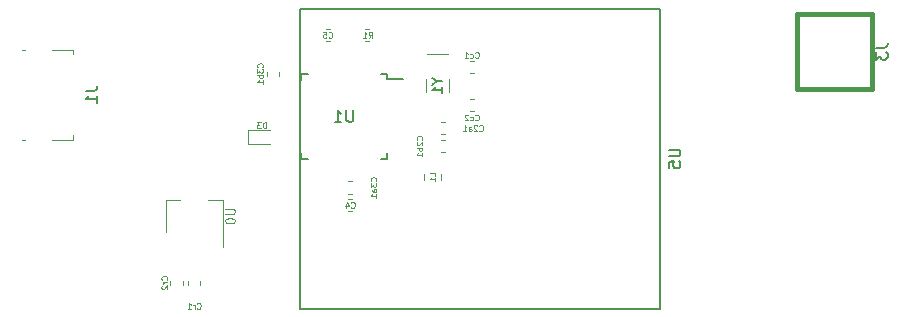
<source format=gbo>
G04 #@! TF.GenerationSoftware,KiCad,Pcbnew,6.0.0-rc1-unknown-ad9916a~66~ubuntu18.04.1*
G04 #@! TF.CreationDate,2018-11-28T14:50:18-03:00*
G04 #@! TF.ProjectId,Femtosat,46656d74-6f73-4617-942e-6b696361645f,rev?*
G04 #@! TF.SameCoordinates,Original*
G04 #@! TF.FileFunction,Legend,Bot*
G04 #@! TF.FilePolarity,Positive*
%FSLAX46Y46*%
G04 Gerber Fmt 4.6, Leading zero omitted, Abs format (unit mm)*
G04 Created by KiCad (PCBNEW 6.0.0-rc1-unknown-ad9916a~66~ubuntu18.04.1) date mié 28 nov 2018 14:50:18 -03*
%MOMM*%
%LPD*%
G01*
G04 APERTURE LIST*
%ADD10C,0.150000*%
%ADD11C,0.381000*%
%ADD12C,0.120000*%
%ADD13C,0.080000*%
%ADD14C,0.100000*%
G04 APERTURE END LIST*
D10*
G04 #@! TO.C,U5*
X155240000Y-81700000D02*
X124760000Y-81700000D01*
X124760000Y-81700000D02*
X124760000Y-56300000D01*
X124760000Y-56300000D02*
X155240000Y-56300000D01*
X155240000Y-81700000D02*
X155240000Y-56300000D01*
D11*
G04 #@! TO.C,J3*
X173149600Y-56800400D02*
X173149600Y-63099600D01*
X166850400Y-56800400D02*
X166850400Y-63099600D01*
X166850400Y-63099600D02*
X173149600Y-63099600D01*
X173149600Y-56800400D02*
X166850400Y-56800400D01*
D12*
G04 #@! TO.C,C4*
X129171267Y-72440000D02*
X128828733Y-72440000D01*
X129171267Y-73460000D02*
X128828733Y-73460000D01*
G04 #@! TO.C,C5*
X127271267Y-58040000D02*
X126928733Y-58040000D01*
X127271267Y-59060000D02*
X126928733Y-59060000D01*
G04 #@! TO.C,C2a1*
X136678733Y-65940000D02*
X137021267Y-65940000D01*
X136678733Y-66960000D02*
X137021267Y-66960000D01*
G04 #@! TO.C,C2b1*
X136678733Y-67440000D02*
X137021267Y-67440000D01*
X136678733Y-68460000D02*
X137021267Y-68460000D01*
G04 #@! TO.C,C3a1*
X129171267Y-71960000D02*
X128828733Y-71960000D01*
X129171267Y-70940000D02*
X128828733Y-70940000D01*
G04 #@! TO.C,C3b1*
X121940000Y-61628733D02*
X121940000Y-61971267D01*
X122960000Y-61628733D02*
X122960000Y-61971267D01*
G04 #@! TO.C,Cc1*
X139128733Y-61760000D02*
X139471267Y-61760000D01*
X139128733Y-60740000D02*
X139471267Y-60740000D01*
G04 #@! TO.C,Cc2*
X139128733Y-65010000D02*
X139471267Y-65010000D01*
X139128733Y-63990000D02*
X139471267Y-63990000D01*
G04 #@! TO.C,Cr1*
X116310000Y-79328733D02*
X116310000Y-79671267D01*
X115290000Y-79328733D02*
X115290000Y-79671267D01*
G04 #@! TO.C,Cr2*
X114810000Y-79328733D02*
X114810000Y-79671267D01*
X113790000Y-79328733D02*
X113790000Y-79671267D01*
G04 #@! TO.C,D3*
X120350000Y-67775000D02*
X120350000Y-66575000D01*
X122200000Y-67775000D02*
X120350000Y-67775000D01*
X122200000Y-66575000D02*
X120350000Y-66575000D01*
G04 #@! TO.C,J1*
X105560000Y-59790000D02*
X105560000Y-60170000D01*
X101510000Y-59790000D02*
X101250000Y-59790000D01*
X105560000Y-59790000D02*
X103790000Y-59790000D01*
X105560000Y-67410000D02*
X105560000Y-67030000D01*
X103790000Y-67410000D02*
X105560000Y-67410000D01*
X101250000Y-67410000D02*
X101510000Y-67410000D01*
G04 #@! TO.C,L1*
X135290000Y-70288748D02*
X135290000Y-70811252D01*
X136710000Y-70288748D02*
X136710000Y-70811252D01*
G04 #@! TO.C,U0*
X114600000Y-72520000D02*
X113400000Y-72520000D01*
X113400000Y-72520000D02*
X113400000Y-75220000D01*
X118200000Y-76520000D02*
X118200000Y-72520000D01*
X118200000Y-72520000D02*
X117000000Y-72520000D01*
D10*
G04 #@! TO.C,U1*
X132125000Y-61800000D02*
X132125000Y-62225000D01*
X124875000Y-61800000D02*
X124875000Y-62325000D01*
X124875000Y-69050000D02*
X124875000Y-68525000D01*
X132125000Y-69050000D02*
X132125000Y-68525000D01*
X132125000Y-61800000D02*
X131600000Y-61800000D01*
X132125000Y-69050000D02*
X131600000Y-69050000D01*
X124875000Y-69050000D02*
X125400000Y-69050000D01*
X124875000Y-61800000D02*
X125400000Y-61800000D01*
X132125000Y-62225000D02*
X133500000Y-62225000D01*
D12*
G04 #@! TO.C,Y1*
X135450000Y-62300000D02*
X135450000Y-63400000D01*
X137350000Y-62300000D02*
X137350000Y-63400000D01*
X135500000Y-60150000D02*
X137300000Y-60150000D01*
G04 #@! TO.C,R1*
X130278733Y-59060000D02*
X130621267Y-59060000D01*
X130278733Y-58040000D02*
X130621267Y-58040000D01*
G04 #@! TO.C,U5*
D10*
X155962380Y-68238095D02*
X156771904Y-68238095D01*
X156867142Y-68285714D01*
X156914761Y-68333333D01*
X156962380Y-68428571D01*
X156962380Y-68619047D01*
X156914761Y-68714285D01*
X156867142Y-68761904D01*
X156771904Y-68809523D01*
X155962380Y-68809523D01*
X155962380Y-69761904D02*
X155962380Y-69285714D01*
X156438571Y-69238095D01*
X156390952Y-69285714D01*
X156343333Y-69380952D01*
X156343333Y-69619047D01*
X156390952Y-69714285D01*
X156438571Y-69761904D01*
X156533809Y-69809523D01*
X156771904Y-69809523D01*
X156867142Y-69761904D01*
X156914761Y-69714285D01*
X156962380Y-69619047D01*
X156962380Y-69380952D01*
X156914761Y-69285714D01*
X156867142Y-69238095D01*
G04 #@! TO.C,J3*
X173502380Y-59616666D02*
X174216666Y-59616666D01*
X174359523Y-59569047D01*
X174454761Y-59473809D01*
X174502380Y-59330952D01*
X174502380Y-59235714D01*
X173502380Y-59997619D02*
X173502380Y-60616666D01*
X173883333Y-60283333D01*
X173883333Y-60426190D01*
X173930952Y-60521428D01*
X173978571Y-60569047D01*
X174073809Y-60616666D01*
X174311904Y-60616666D01*
X174407142Y-60569047D01*
X174454761Y-60521428D01*
X174502380Y-60426190D01*
X174502380Y-60140476D01*
X174454761Y-60045238D01*
X174407142Y-59997619D01*
G04 #@! TO.C,C4*
D13*
X129083333Y-73128571D02*
X129107142Y-73152380D01*
X129178571Y-73176190D01*
X129226190Y-73176190D01*
X129297619Y-73152380D01*
X129345238Y-73104761D01*
X129369047Y-73057142D01*
X129392857Y-72961904D01*
X129392857Y-72890476D01*
X129369047Y-72795238D01*
X129345238Y-72747619D01*
X129297619Y-72700000D01*
X129226190Y-72676190D01*
X129178571Y-72676190D01*
X129107142Y-72700000D01*
X129083333Y-72723809D01*
X128654761Y-72842857D02*
X128654761Y-73176190D01*
X128773809Y-72652380D02*
X128892857Y-73009523D01*
X128583333Y-73009523D01*
G04 #@! TO.C,C5*
X127183333Y-58728571D02*
X127207142Y-58752380D01*
X127278571Y-58776190D01*
X127326190Y-58776190D01*
X127397619Y-58752380D01*
X127445238Y-58704761D01*
X127469047Y-58657142D01*
X127492857Y-58561904D01*
X127492857Y-58490476D01*
X127469047Y-58395238D01*
X127445238Y-58347619D01*
X127397619Y-58300000D01*
X127326190Y-58276190D01*
X127278571Y-58276190D01*
X127207142Y-58300000D01*
X127183333Y-58323809D01*
X126730952Y-58276190D02*
X126969047Y-58276190D01*
X126992857Y-58514285D01*
X126969047Y-58490476D01*
X126921428Y-58466666D01*
X126802380Y-58466666D01*
X126754761Y-58490476D01*
X126730952Y-58514285D01*
X126707142Y-58561904D01*
X126707142Y-58680952D01*
X126730952Y-58728571D01*
X126754761Y-58752380D01*
X126802380Y-58776190D01*
X126921428Y-58776190D01*
X126969047Y-58752380D01*
X126992857Y-58728571D01*
G04 #@! TO.C,C2a1*
X139947619Y-66628571D02*
X139971428Y-66652380D01*
X140042857Y-66676190D01*
X140090476Y-66676190D01*
X140161904Y-66652380D01*
X140209523Y-66604761D01*
X140233333Y-66557142D01*
X140257142Y-66461904D01*
X140257142Y-66390476D01*
X140233333Y-66295238D01*
X140209523Y-66247619D01*
X140161904Y-66200000D01*
X140090476Y-66176190D01*
X140042857Y-66176190D01*
X139971428Y-66200000D01*
X139947619Y-66223809D01*
X139757142Y-66223809D02*
X139733333Y-66200000D01*
X139685714Y-66176190D01*
X139566666Y-66176190D01*
X139519047Y-66200000D01*
X139495238Y-66223809D01*
X139471428Y-66271428D01*
X139471428Y-66319047D01*
X139495238Y-66390476D01*
X139780952Y-66676190D01*
X139471428Y-66676190D01*
X139042857Y-66676190D02*
X139042857Y-66414285D01*
X139066666Y-66366666D01*
X139114285Y-66342857D01*
X139209523Y-66342857D01*
X139257142Y-66366666D01*
X139042857Y-66652380D02*
X139090476Y-66676190D01*
X139209523Y-66676190D01*
X139257142Y-66652380D01*
X139280952Y-66604761D01*
X139280952Y-66557142D01*
X139257142Y-66509523D01*
X139209523Y-66485714D01*
X139090476Y-66485714D01*
X139042857Y-66461904D01*
X138542857Y-66676190D02*
X138828571Y-66676190D01*
X138685714Y-66676190D02*
X138685714Y-66176190D01*
X138733333Y-66247619D01*
X138780952Y-66295238D01*
X138828571Y-66319047D01*
G04 #@! TO.C,C2b1*
X135078571Y-67402380D02*
X135102380Y-67378571D01*
X135126190Y-67307142D01*
X135126190Y-67259523D01*
X135102380Y-67188095D01*
X135054761Y-67140476D01*
X135007142Y-67116666D01*
X134911904Y-67092857D01*
X134840476Y-67092857D01*
X134745238Y-67116666D01*
X134697619Y-67140476D01*
X134650000Y-67188095D01*
X134626190Y-67259523D01*
X134626190Y-67307142D01*
X134650000Y-67378571D01*
X134673809Y-67402380D01*
X134673809Y-67592857D02*
X134650000Y-67616666D01*
X134626190Y-67664285D01*
X134626190Y-67783333D01*
X134650000Y-67830952D01*
X134673809Y-67854761D01*
X134721428Y-67878571D01*
X134769047Y-67878571D01*
X134840476Y-67854761D01*
X135126190Y-67569047D01*
X135126190Y-67878571D01*
X135126190Y-68092857D02*
X134626190Y-68092857D01*
X134816666Y-68092857D02*
X134792857Y-68140476D01*
X134792857Y-68235714D01*
X134816666Y-68283333D01*
X134840476Y-68307142D01*
X134888095Y-68330952D01*
X135030952Y-68330952D01*
X135078571Y-68307142D01*
X135102380Y-68283333D01*
X135126190Y-68235714D01*
X135126190Y-68140476D01*
X135102380Y-68092857D01*
X135126190Y-68807142D02*
X135126190Y-68521428D01*
X135126190Y-68664285D02*
X134626190Y-68664285D01*
X134697619Y-68616666D01*
X134745238Y-68569047D01*
X134769047Y-68521428D01*
G04 #@! TO.C,C3a1*
X131178571Y-70902380D02*
X131202380Y-70878571D01*
X131226190Y-70807142D01*
X131226190Y-70759523D01*
X131202380Y-70688095D01*
X131154761Y-70640476D01*
X131107142Y-70616666D01*
X131011904Y-70592857D01*
X130940476Y-70592857D01*
X130845238Y-70616666D01*
X130797619Y-70640476D01*
X130750000Y-70688095D01*
X130726190Y-70759523D01*
X130726190Y-70807142D01*
X130750000Y-70878571D01*
X130773809Y-70902380D01*
X130726190Y-71069047D02*
X130726190Y-71378571D01*
X130916666Y-71211904D01*
X130916666Y-71283333D01*
X130940476Y-71330952D01*
X130964285Y-71354761D01*
X131011904Y-71378571D01*
X131130952Y-71378571D01*
X131178571Y-71354761D01*
X131202380Y-71330952D01*
X131226190Y-71283333D01*
X131226190Y-71140476D01*
X131202380Y-71092857D01*
X131178571Y-71069047D01*
X131226190Y-71807142D02*
X130964285Y-71807142D01*
X130916666Y-71783333D01*
X130892857Y-71735714D01*
X130892857Y-71640476D01*
X130916666Y-71592857D01*
X131202380Y-71807142D02*
X131226190Y-71759523D01*
X131226190Y-71640476D01*
X131202380Y-71592857D01*
X131154761Y-71569047D01*
X131107142Y-71569047D01*
X131059523Y-71592857D01*
X131035714Y-71640476D01*
X131035714Y-71759523D01*
X131011904Y-71807142D01*
X131226190Y-72307142D02*
X131226190Y-72021428D01*
X131226190Y-72164285D02*
X130726190Y-72164285D01*
X130797619Y-72116666D01*
X130845238Y-72069047D01*
X130869047Y-72021428D01*
G04 #@! TO.C,C3b1*
X121578571Y-61252380D02*
X121602380Y-61228571D01*
X121626190Y-61157142D01*
X121626190Y-61109523D01*
X121602380Y-61038095D01*
X121554761Y-60990476D01*
X121507142Y-60966666D01*
X121411904Y-60942857D01*
X121340476Y-60942857D01*
X121245238Y-60966666D01*
X121197619Y-60990476D01*
X121150000Y-61038095D01*
X121126190Y-61109523D01*
X121126190Y-61157142D01*
X121150000Y-61228571D01*
X121173809Y-61252380D01*
X121126190Y-61419047D02*
X121126190Y-61728571D01*
X121316666Y-61561904D01*
X121316666Y-61633333D01*
X121340476Y-61680952D01*
X121364285Y-61704761D01*
X121411904Y-61728571D01*
X121530952Y-61728571D01*
X121578571Y-61704761D01*
X121602380Y-61680952D01*
X121626190Y-61633333D01*
X121626190Y-61490476D01*
X121602380Y-61442857D01*
X121578571Y-61419047D01*
X121626190Y-61942857D02*
X121126190Y-61942857D01*
X121316666Y-61942857D02*
X121292857Y-61990476D01*
X121292857Y-62085714D01*
X121316666Y-62133333D01*
X121340476Y-62157142D01*
X121388095Y-62180952D01*
X121530952Y-62180952D01*
X121578571Y-62157142D01*
X121602380Y-62133333D01*
X121626190Y-62085714D01*
X121626190Y-61990476D01*
X121602380Y-61942857D01*
X121626190Y-62657142D02*
X121626190Y-62371428D01*
X121626190Y-62514285D02*
X121126190Y-62514285D01*
X121197619Y-62466666D01*
X121245238Y-62419047D01*
X121269047Y-62371428D01*
G04 #@! TO.C,Cc1*
X139597619Y-60428571D02*
X139621428Y-60452380D01*
X139692857Y-60476190D01*
X139740476Y-60476190D01*
X139811904Y-60452380D01*
X139859523Y-60404761D01*
X139883333Y-60357142D01*
X139907142Y-60261904D01*
X139907142Y-60190476D01*
X139883333Y-60095238D01*
X139859523Y-60047619D01*
X139811904Y-60000000D01*
X139740476Y-59976190D01*
X139692857Y-59976190D01*
X139621428Y-60000000D01*
X139597619Y-60023809D01*
X139169047Y-60452380D02*
X139216666Y-60476190D01*
X139311904Y-60476190D01*
X139359523Y-60452380D01*
X139383333Y-60428571D01*
X139407142Y-60380952D01*
X139407142Y-60238095D01*
X139383333Y-60190476D01*
X139359523Y-60166666D01*
X139311904Y-60142857D01*
X139216666Y-60142857D01*
X139169047Y-60166666D01*
X138692857Y-60476190D02*
X138978571Y-60476190D01*
X138835714Y-60476190D02*
X138835714Y-59976190D01*
X138883333Y-60047619D01*
X138930952Y-60095238D01*
X138978571Y-60119047D01*
G04 #@! TO.C,Cc2*
X139597619Y-65728571D02*
X139621428Y-65752380D01*
X139692857Y-65776190D01*
X139740476Y-65776190D01*
X139811904Y-65752380D01*
X139859523Y-65704761D01*
X139883333Y-65657142D01*
X139907142Y-65561904D01*
X139907142Y-65490476D01*
X139883333Y-65395238D01*
X139859523Y-65347619D01*
X139811904Y-65300000D01*
X139740476Y-65276190D01*
X139692857Y-65276190D01*
X139621428Y-65300000D01*
X139597619Y-65323809D01*
X139169047Y-65752380D02*
X139216666Y-65776190D01*
X139311904Y-65776190D01*
X139359523Y-65752380D01*
X139383333Y-65728571D01*
X139407142Y-65680952D01*
X139407142Y-65538095D01*
X139383333Y-65490476D01*
X139359523Y-65466666D01*
X139311904Y-65442857D01*
X139216666Y-65442857D01*
X139169047Y-65466666D01*
X138978571Y-65323809D02*
X138954761Y-65300000D01*
X138907142Y-65276190D01*
X138788095Y-65276190D01*
X138740476Y-65300000D01*
X138716666Y-65323809D01*
X138692857Y-65371428D01*
X138692857Y-65419047D01*
X138716666Y-65490476D01*
X139002380Y-65776190D01*
X138692857Y-65776190D01*
G04 #@! TO.C,Cr1*
X116038095Y-81678571D02*
X116061904Y-81702380D01*
X116133333Y-81726190D01*
X116180952Y-81726190D01*
X116252380Y-81702380D01*
X116300000Y-81654761D01*
X116323809Y-81607142D01*
X116347619Y-81511904D01*
X116347619Y-81440476D01*
X116323809Y-81345238D01*
X116300000Y-81297619D01*
X116252380Y-81250000D01*
X116180952Y-81226190D01*
X116133333Y-81226190D01*
X116061904Y-81250000D01*
X116038095Y-81273809D01*
X115823809Y-81726190D02*
X115823809Y-81392857D01*
X115823809Y-81488095D02*
X115800000Y-81440476D01*
X115776190Y-81416666D01*
X115728571Y-81392857D01*
X115680952Y-81392857D01*
X115252380Y-81726190D02*
X115538095Y-81726190D01*
X115395238Y-81726190D02*
X115395238Y-81226190D01*
X115442857Y-81297619D01*
X115490476Y-81345238D01*
X115538095Y-81369047D01*
G04 #@! TO.C,Cr2*
X113478571Y-79261904D02*
X113502380Y-79238095D01*
X113526190Y-79166666D01*
X113526190Y-79119047D01*
X113502380Y-79047619D01*
X113454761Y-79000000D01*
X113407142Y-78976190D01*
X113311904Y-78952380D01*
X113240476Y-78952380D01*
X113145238Y-78976190D01*
X113097619Y-79000000D01*
X113050000Y-79047619D01*
X113026190Y-79119047D01*
X113026190Y-79166666D01*
X113050000Y-79238095D01*
X113073809Y-79261904D01*
X113526190Y-79476190D02*
X113192857Y-79476190D01*
X113288095Y-79476190D02*
X113240476Y-79500000D01*
X113216666Y-79523809D01*
X113192857Y-79571428D01*
X113192857Y-79619047D01*
X113073809Y-79761904D02*
X113050000Y-79785714D01*
X113026190Y-79833333D01*
X113026190Y-79952380D01*
X113050000Y-80000000D01*
X113073809Y-80023809D01*
X113121428Y-80047619D01*
X113169047Y-80047619D01*
X113240476Y-80023809D01*
X113526190Y-79738095D01*
X113526190Y-80047619D01*
G04 #@! TO.C,D3*
X121869047Y-66426190D02*
X121869047Y-65926190D01*
X121750000Y-65926190D01*
X121678571Y-65950000D01*
X121630952Y-65997619D01*
X121607142Y-66045238D01*
X121583333Y-66140476D01*
X121583333Y-66211904D01*
X121607142Y-66307142D01*
X121630952Y-66354761D01*
X121678571Y-66402380D01*
X121750000Y-66426190D01*
X121869047Y-66426190D01*
X121416666Y-65926190D02*
X121107142Y-65926190D01*
X121273809Y-66116666D01*
X121202380Y-66116666D01*
X121154761Y-66140476D01*
X121130952Y-66164285D01*
X121107142Y-66211904D01*
X121107142Y-66330952D01*
X121130952Y-66378571D01*
X121154761Y-66402380D01*
X121202380Y-66426190D01*
X121345238Y-66426190D01*
X121392857Y-66402380D01*
X121416666Y-66378571D01*
G04 #@! TO.C,J1*
D10*
X106602380Y-63266666D02*
X107316666Y-63266666D01*
X107459523Y-63219047D01*
X107554761Y-63123809D01*
X107602380Y-62980952D01*
X107602380Y-62885714D01*
X107602380Y-64266666D02*
X107602380Y-63695238D01*
X107602380Y-63980952D02*
X106602380Y-63980952D01*
X106745238Y-63885714D01*
X106840476Y-63790476D01*
X106888095Y-63695238D01*
G04 #@! TO.C,L1*
D13*
X136226190Y-70466666D02*
X136226190Y-70228571D01*
X135726190Y-70228571D01*
X136226190Y-70895238D02*
X136226190Y-70609523D01*
X136226190Y-70752380D02*
X135726190Y-70752380D01*
X135797619Y-70704761D01*
X135845238Y-70657142D01*
X135869047Y-70609523D01*
G04 #@! TO.C,U0*
D14*
X118411904Y-73240476D02*
X119059523Y-73240476D01*
X119135714Y-73278571D01*
X119173809Y-73316666D01*
X119211904Y-73392857D01*
X119211904Y-73545238D01*
X119173809Y-73621428D01*
X119135714Y-73659523D01*
X119059523Y-73697619D01*
X118411904Y-73697619D01*
X118411904Y-74230952D02*
X118411904Y-74307142D01*
X118450000Y-74383333D01*
X118488095Y-74421428D01*
X118564285Y-74459523D01*
X118716666Y-74497619D01*
X118907142Y-74497619D01*
X119059523Y-74459523D01*
X119135714Y-74421428D01*
X119173809Y-74383333D01*
X119211904Y-74307142D01*
X119211904Y-74230952D01*
X119173809Y-74154761D01*
X119135714Y-74116666D01*
X119059523Y-74078571D01*
X118907142Y-74040476D01*
X118716666Y-74040476D01*
X118564285Y-74078571D01*
X118488095Y-74116666D01*
X118450000Y-74154761D01*
X118411904Y-74230952D01*
G04 #@! TO.C,U1*
D10*
X129261904Y-64902379D02*
X129261904Y-65711903D01*
X129214285Y-65807141D01*
X129166666Y-65854760D01*
X129071428Y-65902379D01*
X128880952Y-65902379D01*
X128785714Y-65854760D01*
X128738095Y-65807141D01*
X128690476Y-65711903D01*
X128690476Y-64902379D01*
X127690476Y-65902379D02*
X128261904Y-65902379D01*
X127976190Y-65902379D02*
X127976190Y-64902379D01*
X128071428Y-65045237D01*
X128166666Y-65140475D01*
X128261904Y-65188094D01*
G04 #@! TO.C,Y1*
X136380952Y-62469047D02*
X136761904Y-62469047D01*
X135961904Y-62202380D02*
X136380952Y-62469047D01*
X135961904Y-62735714D01*
X136761904Y-63421428D02*
X136761904Y-62964285D01*
X136761904Y-63192857D02*
X135961904Y-63192857D01*
X136076190Y-63116666D01*
X136152380Y-63040476D01*
X136190476Y-62964285D01*
G04 #@! TO.C,R1*
D13*
X130558332Y-58781191D02*
X130724999Y-58543096D01*
X130844046Y-58781191D02*
X130844046Y-58281191D01*
X130653570Y-58281191D01*
X130605951Y-58305001D01*
X130582141Y-58328810D01*
X130558332Y-58376429D01*
X130558332Y-58447858D01*
X130582141Y-58495477D01*
X130605951Y-58519286D01*
X130653570Y-58543096D01*
X130844046Y-58543096D01*
X130082141Y-58781191D02*
X130367856Y-58781191D01*
X130224999Y-58781191D02*
X130224999Y-58281191D01*
X130272618Y-58352620D01*
X130320237Y-58400239D01*
X130367856Y-58424048D01*
G04 #@! TD*
M02*

</source>
